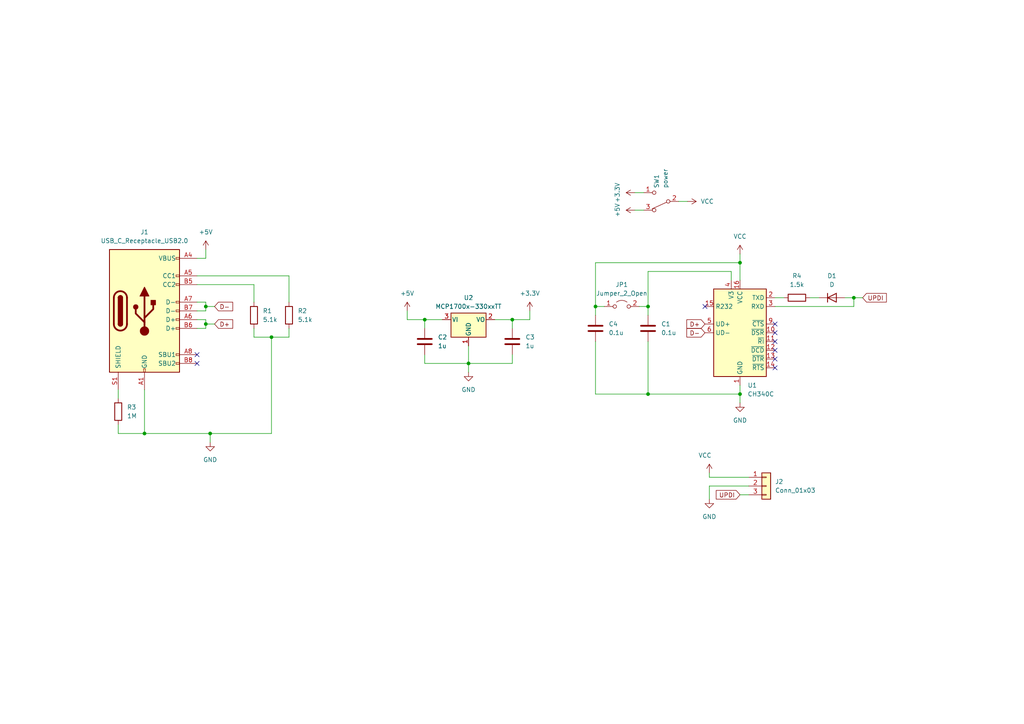
<source format=kicad_sch>
(kicad_sch (version 20230121) (generator eeschema)
  (paper "A4")
  (lib_symbols
    (symbol "Connector:USB_C_Receptacle_USB2.0" (pin_names (offset 1.016))
      (property "Reference" "J" (at -10.16 19.05 0))
      (property "Value" "USB_C_Receptacle_USB2.0" (at 19.05 19.05 0))
      (symbol "USB_C_Receptacle_USB2.0_0_0"
        (rectangle (start -0.254 -17.78) (end 0.254 -16.764))
        (rectangle (start 10.16 -14.986) (end 9.144 -15.494))
        (rectangle (start 10.16 -12.446) (end 9.144 -12.954))
        (rectangle (start 10.16 -4.826) (end 9.144 -5.334))
        (rectangle (start 10.16 -2.286) (end 9.144 -2.794))
        (rectangle (start 10.16 0.254) (end 9.144 -0.254))
        (rectangle (start 10.16 2.794) (end 9.144 2.286))
        (rectangle (start 10.16 7.874) (end 9.144 7.366))
        (rectangle (start 10.16 10.414) (end 9.144 9.906))
        (rectangle (start 10.16 15.494) (end 9.144 14.986))
      )
      (symbol "USB_C_Receptacle_USB2.0_0_1"
        (rectangle (start -10.16 17.78) (end 10.16 -17.78) (stroke (width 0.254)) (fill (type background)))
        (arc (start -8.89 -3.81) (mid -6.985 -5.7067) (end -5.08 -3.81) (stroke (width 0.508)))
        (arc (start -7.62 -3.81) (mid -6.985 -4.4423) (end -6.35 -3.81) (stroke (width 0.254)))
        (arc (start -7.62 -3.81) (mid -6.985 -4.4423) (end -6.35 -3.81) (stroke (width 0.254)) (fill (type outline)))
        (rectangle (start -7.62 -3.81) (end -6.35 3.81) (stroke (width 0.254)) (fill (type outline)))
        (arc (start -6.35 3.81) (mid -6.985 4.4423) (end -7.62 3.81) (stroke (width 0.254)))
        (arc (start -6.35 3.81) (mid -6.985 4.4423) (end -7.62 3.81) (stroke (width 0.254)) (fill (type outline)))
        (arc (start -5.08 3.81) (mid -6.985 5.7067) (end -8.89 3.81) (stroke (width 0.508)))
        (circle (center -2.54 1.143) (radius 0.635) (stroke (width 0.254)) (fill (type outline)))
        (circle (center 0 -5.842) (radius 1.27) (fill (type outline)))
        (polyline (pts (xy -8.89 -3.81) (xy -8.89 3.81)) (stroke (width 0.508)))
        (polyline (pts (xy -5.08 3.81) (xy -5.08 -3.81)) (stroke (width 0.508)))
        (polyline (pts (xy 0 -5.842) (xy 0 4.318)) (stroke (width 0.508)))
        (polyline (pts (xy 0 -3.302) (xy -2.54 -0.762) (xy -2.54 0.508)) (stroke (width 0.508)))
        (polyline (pts (xy 0 -2.032) (xy 2.54 0.508) (xy 2.54 1.778)) (stroke (width 0.508)))
        (polyline (pts (xy -1.27 4.318) (xy 0 6.858) (xy 1.27 4.318) (xy -1.27 4.318)) (stroke (width 0.254)) (fill (type outline)))
        (rectangle (start 1.905 1.778) (end 3.175 3.048) (stroke (width 0.254)) (fill (type outline)))
      )
      (symbol "USB_C_Receptacle_USB2.0_1_1"
        (pin passive line (at 0 -22.86 90) (length 5.08) (name "GND") (number "A1"))
        (pin passive line (at 0 -22.86 90) (length 5.08) hide (name "GND") (number "A12"))
        (pin passive line (at 15.24 15.24 180) (length 5.08) (name "VBUS") (number "A4"))
        (pin bidirectional line (at 15.24 10.16 180) (length 5.08) (name "CC1") (number "A5"))
        (pin bidirectional line (at 15.24 -2.54 180) (length 5.08) (name "D+") (number "A6"))
        (pin bidirectional line (at 15.24 2.54 180) (length 5.08) (name "D-") (number "A7"))
        (pin bidirectional line (at 15.24 -12.7 180) (length 5.08) (name "SBU1") (number "A8"))
        (pin passive line (at 15.24 15.24 180) (length 5.08) hide (name "VBUS") (number "A9"))
        (pin passive line (at 0 -22.86 90) (length 5.08) hide (name "GND") (number "B1"))
        (pin passive line (at 0 -22.86 90) (length 5.08) hide (name "GND") (number "B12"))
        (pin passive line (at 15.24 15.24 180) (length 5.08) hide (name "VBUS") (number "B4"))
        (pin bidirectional line (at 15.24 7.62 180) (length 5.08) (name "CC2") (number "B5"))
        (pin bidirectional line (at 15.24 -5.08 180) (length 5.08) (name "D+") (number "B6"))
        (pin bidirectional line (at 15.24 0 180) (length 5.08) (name "D-") (number "B7"))
        (pin bidirectional line (at 15.24 -15.24 180) (length 5.08) (name "SBU2") (number "B8"))
        (pin passive line (at 15.24 15.24 180) (length 5.08) hide (name "VBUS") (number "B9"))
        (pin passive line (at -7.62 -22.86 90) (length 5.08) (name "SHIELD") (number "S1"))
      )
    )
    (symbol "Connector_Generic:Conn_01x03" (pin_names (offset 1.016) hide)
      (property "Reference" "J" (at 0 5.08 0))
      (property "Value" "Conn_01x03" (at 0 -5.08 0))
      (symbol "Conn_01x03_1_1"
        (rectangle (start -1.27 -2.413) (end 0 -2.667) (stroke (width 0.1524)))
        (rectangle (start -1.27 0.127) (end 0 -0.127) (stroke (width 0.1524)))
        (rectangle (start -1.27 2.667) (end 0 2.413) (stroke (width 0.1524)))
        (rectangle (start -1.27 3.81) (end 1.27 -3.81) (stroke (width 0.254)) (fill (type background)))
        (pin passive line (at -5.08 2.54 0) (length 3.81) (name "Pin_1") (number "1"))
        (pin passive line (at -5.08 0 0) (length 3.81) (name "Pin_2") (number "2"))
        (pin passive line (at -5.08 -2.54 0) (length 3.81) (name "Pin_3") (number "3"))
      )
    )
    (symbol "Device:C" (pin_numbers hide) (pin_names (offset 0.254))
      (property "Reference" "C" (at 0.635 2.54 0))
      (property "Value" "C" (at 0.635 -2.54 0))
      (symbol "C_0_1"
        (polyline (pts (xy -2.032 -0.762) (xy 2.032 -0.762)) (stroke (width 0.508)))
        (polyline (pts (xy -2.032 0.762) (xy 2.032 0.762)) (stroke (width 0.508)))
      )
      (symbol "C_1_1"
        (pin passive line (at 0 3.81 270) (length 2.794) (name "~") (number "1"))
        (pin passive line (at 0 -3.81 90) (length 2.794) (name "~") (number "2"))
      )
    )
    (symbol "Device:D" (pin_numbers hide) (pin_names (offset 1.016) hide)
      (property "Reference" "D" (at 0 2.54 0))
      (property "Value" "D" (at 0 -2.54 0))
      (symbol "D_0_1"
        (polyline (pts (xy -1.27 1.27) (xy -1.27 -1.27)) (stroke (width 0.254)))
        (polyline (pts (xy 1.27 0) (xy -1.27 0)))
        (polyline (pts (xy 1.27 1.27) (xy 1.27 -1.27) (xy -1.27 0) (xy 1.27 1.27)) (stroke (width 0.254)))
      )
      (symbol "D_1_1"
        (pin passive line (at -3.81 0 0) (length 2.54) (name "K") (number "1"))
        (pin passive line (at 3.81 0 180) (length 2.54) (name "A") (number "2"))
      )
    )
    (symbol "Device:R" (pin_numbers hide) (pin_names (offset 0))
      (property "Reference" "R" (at 2.032 0 90))
      (property "Value" "R" (at 0 0 90))
      (symbol "R_0_1"
        (rectangle (start -1.016 -2.54) (end 1.016 2.54) (stroke (width 0.254)))
      )
      (symbol "R_1_1"
        (pin passive line (at 0 3.81 270) (length 1.27) (name "~") (number "1"))
        (pin passive line (at 0 -3.81 90) (length 1.27) (name "~") (number "2"))
      )
    )
    (symbol "Interface_USB:CH340C"
      (property "Reference" "U" (at -5.08 13.97 0))
      (property "Value" "CH340C" (at 1.27 13.97 0))
      (symbol "CH340C_0_1"
        (rectangle (start -7.62 12.7) (end 7.62 -12.7) (stroke (width 0.254)) (fill (type background)))
      )
      (symbol "CH340C_1_1"
        (pin power_in line (at 0 -15.24 90) (length 2.54) (name "GND") (number "1"))
        (pin input line (at 10.16 0 180) (length 2.54) (name "~{DSR}") (number "10"))
        (pin input line (at 10.16 -2.54 180) (length 2.54) (name "~{RI}") (number "11"))
        (pin input line (at 10.16 -5.08 180) (length 2.54) (name "~{DCD}") (number "12"))
        (pin output line (at 10.16 -7.62 180) (length 2.54) (name "~{DTR}") (number "13"))
        (pin output line (at 10.16 -10.16 180) (length 2.54) (name "~{RTS}") (number "14"))
        (pin input line (at -10.16 7.62 0) (length 2.54) (name "R232") (number "15"))
        (pin power_in line (at 0 15.24 270) (length 2.54) (name "VCC") (number "16"))
        (pin output line (at 10.16 10.16 180) (length 2.54) (name "TXD") (number "2"))
        (pin input line (at 10.16 7.62 180) (length 2.54) (name "RXD") (number "3"))
        (pin passive line (at -2.54 15.24 270) (length 2.54) (name "V3") (number "4"))
        (pin bidirectional line (at -10.16 2.54 0) (length 2.54) (name "UD+") (number "5"))
        (pin bidirectional line (at -10.16 0 0) (length 2.54) (name "UD-") (number "6"))
        (pin no_connect line (at -7.62 -7.62 0) (length 2.54) hide (name "NC") (number "7"))
        (pin no_connect line (at -7.62 -10.16 0) (length 2.54) hide (name "NC") (number "8"))
        (pin input line (at 10.16 2.54 180) (length 2.54) (name "~{CTS}") (number "9"))
      )
    )
    (symbol "Jumper:Jumper_2_Open" (pin_names (offset 0) hide)
      (property "Reference" "JP" (at 0 2.794 0))
      (property "Value" "Jumper_2_Open" (at 0 -2.286 0))
      (symbol "Jumper_2_Open_0_0"
        (circle (center -2.032 0) (radius 0.508))
        (circle (center 2.032 0) (radius 0.508))
      )
      (symbol "Jumper_2_Open_0_1"
        (arc (start 1.524 1.27) (mid 0 1.778) (end -1.524 1.27))
      )
      (symbol "Jumper_2_Open_1_1"
        (pin passive line (at -5.08 0 0) (length 2.54) (name "A") (number "1"))
        (pin passive line (at 5.08 0 180) (length 2.54) (name "B") (number "2"))
      )
    )
    (symbol "Regulator_Linear:MCP1700x-330xxTT" (pin_names (offset 0.254))
      (property "Reference" "U" (at -3.81 3.175 0))
      (property "Value" "MCP1700x-330xxTT" (at 0 3.175 0))
      (symbol "MCP1700x-330xxTT_0_1"
        (rectangle (start -5.08 1.905) (end 5.08 -5.08) (stroke (width 0.254)) (fill (type background)))
      )
      (symbol "MCP1700x-330xxTT_1_1"
        (pin power_in line (at 0 -7.62 90) (length 2.54) (name "GND") (number "1"))
        (pin power_out line (at 7.62 0 180) (length 2.54) (name "VO") (number "2"))
        (pin power_in line (at -7.62 0 0) (length 2.54) (name "VI") (number "3"))
      )
    )
    (symbol "Switch:SW_SPDT_321" (pin_names (offset 1) hide)
      (property "Reference" "SW" (at 0 4.318 0))
      (property "Value" "SW_SPDT_321" (at 0 -5.08 0))
      (symbol "SW_SPDT_321_0_0"
        (circle (center -2.032 0) (radius 0.508))
        (circle (center 2.032 -2.54) (radius 0.508))
      )
      (symbol "SW_SPDT_321_0_1"
        (polyline (pts (xy -1.524 0.254) (xy 2.667 2.159)))
        (circle (center 2.032 2.54) (radius 0.508))
      )
      (symbol "SW_SPDT_321_1_1"
        (pin passive line (at 5.08 -2.54 180) (length 2.54) (name "C") (number "1"))
        (pin passive line (at -5.08 0 0) (length 2.54) (name "B") (number "2"))
        (pin passive line (at 5.08 2.54 180) (length 2.54) (name "A") (number "3"))
      )
    )
    (symbol "power:+3.3V" (power) (pin_names (offset 0))
      (property "Value" "+3.3V" (at 0 3.556 0))
      (symbol "+3.3V_0_1"
        (polyline (pts (xy -0.762 1.27) (xy 0 2.54)))
        (polyline (pts (xy 0 0) (xy 0 2.54)))
        (polyline (pts (xy 0 2.54) (xy 0.762 1.27)))
      )
      (symbol "+3.3V_1_1"
        (pin power_in line (at 0 0 90) (length 0) hide (name "+3.3V") (number "1"))
      )
    )
    (symbol "power:+5V" (power) (pin_names (offset 0))
      (property "Value" "+5V" (at 0 3.556 0))
      (symbol "+5V_0_1"
        (polyline (pts (xy -0.762 1.27) (xy 0 2.54)))
        (polyline (pts (xy 0 0) (xy 0 2.54)))
        (polyline (pts (xy 0 2.54) (xy 0.762 1.27)))
      )
      (symbol "+5V_1_1"
        (pin power_in line (at 0 0 90) (length 0) hide (name "+5V") (number "1"))
      )
    )
    (symbol "power:GND" (power) (pin_names (offset 0))
      (property "Value" "GND" (at 0 -3.81 0))
      (symbol "GND_0_1"
        (polyline (pts (xy 0 0) (xy 0 -1.27) (xy 1.27 -1.27) (xy 0 -2.54) (xy -1.27 -1.27) (xy 0 -1.27)))
      )
      (symbol "GND_1_1"
        (pin power_in line (at 0 0 270) (length 0) hide (name "GND") (number "1"))
      )
    )
    (symbol "power:VCC" (power) (pin_names (offset 0))
      (property "Value" "VCC" (at 0 3.81 0))
      (symbol "VCC_0_1"
        (polyline (pts (xy -0.762 1.27) (xy 0 2.54)))
        (polyline (pts (xy 0 0) (xy 0 2.54)))
        (polyline (pts (xy 0 2.54) (xy 0.762 1.27)))
      )
      (symbol "VCC_1_1"
        (pin power_in line (at 0 0 90) (length 0) hide (name "VCC") (number "1"))
      )
    )
  )
  (junction (at 59.69 93.98))
  (junction (at 187.96 88.9))
  (junction (at 247.65 86.36))
  (junction (at 60.96 125.73))
  (junction (at 172.72 88.9))
  (junction (at 123.19 92.71))
  (junction (at 41.91 125.73))
  (junction (at 135.89 105.41))
  (junction (at 148.59 92.71))
  (junction (at 214.63 76.2))
  (junction (at 59.69 88.9))
  (junction (at 187.96 114.3))
  (junction (at 78.74 97.79))
  (junction (at 214.63 114.3))
  (no_connect (at 224.79 96.52))
  (no_connect (at 224.79 104.14))
  (no_connect (at 204.47 88.9))
  (no_connect (at 57.15 102.87))
  (no_connect (at 224.79 106.68))
  (no_connect (at 57.15 105.41))
  (no_connect (at 224.79 93.98))
  (no_connect (at 224.79 101.6))
  (no_connect (at 224.79 99.06))
  (wire (pts (xy 60.96 125.73) (xy 78.74 125.73)))
  (wire (pts (xy 148.59 92.71) (xy 143.51 92.71)))
  (wire (pts (xy 205.74 138.43) (xy 205.74 137.16)))
  (wire (pts (xy 135.89 100.33) (xy 135.89 105.41)))
  (wire (pts (xy 73.66 97.79) (xy 78.74 97.79)))
  (wire (pts (xy 135.89 105.41) (xy 148.59 105.41)))
  (wire (pts (xy 187.96 114.3) (xy 214.63 114.3)))
  (wire (pts (xy 214.63 111.76) (xy 214.63 114.3)))
  (wire (pts (xy 148.59 95.25) (xy 148.59 92.71)))
  (wire (pts (xy 41.91 113.03) (xy 41.91 125.73)))
  (wire (pts (xy 185.42 88.9) (xy 187.96 88.9)))
  (wire (pts (xy 59.69 92.71) (xy 59.69 93.98)))
  (wire (pts (xy 78.74 97.79) (xy 83.82 97.79)))
  (wire (pts (xy 214.63 114.3) (xy 214.63 116.84)))
  (wire (pts (xy 205.74 140.97) (xy 217.17 140.97)))
  (wire (pts (xy 57.15 87.63) (xy 59.69 87.63)))
  (wire (pts (xy 57.15 95.25) (xy 59.69 95.25)))
  (wire (pts (xy 172.72 114.3) (xy 187.96 114.3)))
  (wire (pts (xy 172.72 88.9) (xy 175.26 88.9)))
  (wire (pts (xy 214.63 143.51) (xy 217.17 143.51)))
  (wire (pts (xy 59.69 93.98) (xy 62.23 93.98)))
  (wire (pts (xy 224.79 88.9) (xy 247.65 88.9)))
  (wire (pts (xy 184.15 55.88) (xy 186.69 55.88)))
  (wire (pts (xy 214.63 73.66) (xy 214.63 76.2)))
  (wire (pts (xy 123.19 102.87) (xy 123.19 105.41)))
  (wire (pts (xy 123.19 92.71) (xy 123.19 95.25)))
  (wire (pts (xy 59.69 74.93) (xy 57.15 74.93)))
  (wire (pts (xy 172.72 88.9) (xy 172.72 76.2)))
  (wire (pts (xy 59.69 90.17) (xy 59.69 88.9)))
  (wire (pts (xy 212.09 81.28) (xy 212.09 78.74)))
  (wire (pts (xy 172.72 76.2) (xy 214.63 76.2)))
  (wire (pts (xy 73.66 95.25) (xy 73.66 97.79)))
  (wire (pts (xy 57.15 92.71) (xy 59.69 92.71)))
  (wire (pts (xy 118.11 92.71) (xy 123.19 92.71)))
  (wire (pts (xy 123.19 105.41) (xy 135.89 105.41)))
  (wire (pts (xy 234.95 86.36) (xy 237.49 86.36)))
  (wire (pts (xy 83.82 80.01) (xy 83.82 87.63)))
  (wire (pts (xy 196.85 58.42) (xy 199.39 58.42)))
  (wire (pts (xy 217.17 138.43) (xy 205.74 138.43)))
  (wire (pts (xy 128.27 92.71) (xy 123.19 92.71)))
  (wire (pts (xy 57.15 90.17) (xy 59.69 90.17)))
  (wire (pts (xy 247.65 86.36) (xy 250.19 86.36)))
  (wire (pts (xy 41.91 125.73) (xy 34.29 125.73)))
  (wire (pts (xy 187.96 78.74) (xy 187.96 88.9)))
  (wire (pts (xy 78.74 125.73) (xy 78.74 97.79)))
  (wire (pts (xy 83.82 97.79) (xy 83.82 95.25)))
  (wire (pts (xy 59.69 72.39) (xy 59.69 74.93)))
  (wire (pts (xy 184.15 60.96) (xy 186.69 60.96)))
  (wire (pts (xy 60.96 125.73) (xy 60.96 128.27)))
  (wire (pts (xy 118.11 90.17) (xy 118.11 92.71)))
  (wire (pts (xy 59.69 88.9) (xy 62.23 88.9)))
  (wire (pts (xy 148.59 105.41) (xy 148.59 102.87)))
  (wire (pts (xy 247.65 88.9) (xy 247.65 86.36)))
  (wire (pts (xy 59.69 87.63) (xy 59.69 88.9)))
  (wire (pts (xy 153.67 90.17) (xy 153.67 92.71)))
  (wire (pts (xy 247.65 86.36) (xy 245.11 86.36)))
  (wire (pts (xy 172.72 99.06) (xy 172.72 114.3)))
  (wire (pts (xy 224.79 86.36) (xy 227.33 86.36)))
  (wire (pts (xy 187.96 99.06) (xy 187.96 114.3)))
  (wire (pts (xy 187.96 88.9) (xy 187.96 91.44)))
  (wire (pts (xy 57.15 82.55) (xy 73.66 82.55)))
  (wire (pts (xy 34.29 113.03) (xy 34.29 115.57)))
  (wire (pts (xy 59.69 95.25) (xy 59.69 93.98)))
  (wire (pts (xy 57.15 80.01) (xy 83.82 80.01)))
  (wire (pts (xy 41.91 125.73) (xy 60.96 125.73)))
  (wire (pts (xy 34.29 125.73) (xy 34.29 123.19)))
  (wire (pts (xy 172.72 91.44) (xy 172.72 88.9)))
  (wire (pts (xy 205.74 144.78) (xy 205.74 140.97)))
  (wire (pts (xy 73.66 82.55) (xy 73.66 87.63)))
  (wire (pts (xy 214.63 76.2) (xy 214.63 81.28)))
  (wire (pts (xy 212.09 78.74) (xy 187.96 78.74)))
  (wire (pts (xy 153.67 92.71) (xy 148.59 92.71)))
  (wire (pts (xy 135.89 105.41) (xy 135.89 107.95)))
  (global_label "UPDI" (shape input) (at 250.19 86.36 0) (property "Intersheetrefs" "${INTERSHEET_REFS}" (effects hide)))
  (global_label "D-" (shape input) (at 62.23 88.9 0) (property "Intersheetrefs" "${INTERSHEET_REFS}" (effects hide)))
  (global_label "D+" (shape input) (at 62.23 93.98 0) (property "Intersheetrefs" "${INTERSHEET_REFS}" (effects hide)))
  (global_label "D-" (shape input) (at 204.47 96.52 180) (property "Intersheetrefs" "${INTERSHEET_REFS}" (effects hide)))
  (global_label "D+" (shape input) (at 204.47 93.98 180) (property "Intersheetrefs" "${INTERSHEET_REFS}" (effects hide)))
  (global_label "UPDI" (shape input) (at 214.63 143.51 180) (property "Intersheetrefs" "${INTERSHEET_REFS}" (effects hide)))
  (symbol (lib_id "Device:C") (at 123.19 99.06 0) (unit 1)
    (property "Reference" "C2" (at 127 97.79 0) (effects (justify left)))
    (property "Value" "1u" (at 127 100.33 0) (effects (justify left)))
    (property "Footprint" "Capacitor_SMD:C_0603_1608Metric_Pad1.08x0.95mm_HandSolder" (effects hide))
  )
  (symbol (lib_id "Device:R") (at 83.82 91.44 0) (unit 1)
    (property "Reference" "R2" (at 86.36 90.17 0) (effects (justify left)))
    (property "Value" "5.1k" (at 86.36 92.71 0) (effects (justify left)))
    (property "Footprint" "Resistor_SMD:R_0603_1608Metric_Pad0.98x0.95mm_HandSolder" (effects hide))
  )
  (symbol (lib_id "Device:R") (at 34.29 119.38 0) (unit 1)
    (property "Reference" "R3" (at 36.83 118.11 0) (effects (justify left)))
    (property "Value" "1M" (at 36.83 120.65 0) (effects (justify left)))
    (property "Footprint" "Resistor_SMD:R_0603_1608Metric_Pad0.98x0.95mm_HandSolder" (effects hide))
  )
  (symbol (lib_id "power:+5V") (at 184.15 60.96 90) (unit 1)
    (property "Reference" "#PWR08" (effects hide))
    (property "Value" "+5V" (at 179.07 60.96 0))
  )
  (symbol (lib_id "power:GND") (at 60.96 128.27 0) (unit 1)
    (property "Reference" "#PWR01" (effects hide))
    (property "Value" "GND" (at 60.96 133.35 0))
  )
  (symbol (lib_id "power:VCC") (at 199.39 58.42 270) (unit 1)
    (property "Reference" "#PWR09" (effects hide))
    (property "Value" "VCC" (at 203.2 58.42 90) (effects (justify left)))
  )
  (symbol (lib_id "Switch:SW_SPDT_321") (at 191.77 58.42 180) (unit 1)
    (property "Reference" "SW1" (at 190.4365 54.61 90) (effects (justify right)))
    (property "Value" "power" (at 192.9765 54.61 90) (effects (justify right)))
    (property "Footprint" "Button_Switch_THT:SW_CuK_OS102011MA1QN1_SPDT_Angled" (effects hide))
  )
  (symbol (lib_id "Regulator_Linear:MCP1700x-330xxTT") (at 135.89 92.71 0) (unit 1)
    (property "Reference" "U2" (at 135.89 86.36 0))
    (property "Value" "MCP1700x-330xxTT" (at 135.89 88.9 0))
    (property "Footprint" "Package_TO_SOT_SMD:SOT-23" (effects hide))
    (property "Datasheet" "http://ww1.microchip.com/downloads/en/DeviceDoc/20001826D.pdf" (effects hide))
  )
  (symbol (lib_id "Interface_USB:CH340C") (at 214.63 96.52 0) (unit 1)
    (property "Reference" "U1" (at 216.8241 111.76 0) (effects (justify left)))
    (property "Value" "CH340C" (at 216.8241 114.3 0) (effects (justify left)))
    (property "Footprint" "Package_SO:SOIC-16_3.9x9.9mm_P1.27mm" (effects hide))
    (property "Datasheet" "https://datasheet.lcsc.com/szlcsc/Jiangsu-Qin-Heng-CH340C_C84681.pdf" (effects hide))
  )
  (symbol (lib_id "power:GND") (at 214.63 116.84 0) (unit 1)
    (property "Reference" "#PWR03" (effects hide))
    (property "Value" "GND" (at 214.63 121.92 0))
  )
  (symbol (lib_id "power:VCC") (at 214.63 73.66 0) (unit 1)
    (property "Reference" "#PWR010" (effects hide))
    (property "Value" "VCC" (at 214.63 68.58 0))
  )
  (symbol (lib_id "power:+3.3V") (at 153.67 90.17 0) (unit 1)
    (property "Reference" "#PWR06" (effects hide))
    (property "Value" "+3.3V" (at 153.67 85.09 0))
  )
  (symbol (lib_id "power:+5V") (at 59.69 72.39 0) (unit 1)
    (property "Reference" "#PWR02" (effects hide))
    (property "Value" "+5V" (at 59.69 67.31 0))
  )
  (symbol (lib_id "Device:R") (at 231.14 86.36 90) (unit 1)
    (property "Reference" "R4" (at 231.14 80.01 90))
    (property "Value" "1.5k" (at 231.14 82.55 90))
    (property "Footprint" "Resistor_SMD:R_0603_1608Metric_Pad0.98x0.95mm_HandSolder" (effects hide))
  )
  (symbol (lib_id "power:+5V") (at 118.11 90.17 0) (unit 1)
    (property "Reference" "#PWR05" (effects hide))
    (property "Value" "+5V" (at 118.11 85.09 0))
  )
  (symbol (lib_id "Device:D") (at 241.3 86.36 0) (unit 1)
    (property "Reference" "D1" (at 241.3 80.01 0))
    (property "Value" "D" (at 241.3 82.55 0))
    (property "Footprint" "Diode_SMD:D_SOD-123" (effects hide))
    (property "Sim.Device" "D" (effects hide))
    (property "Sim.Pins" "1=K 2=A" (effects hide))
  )
  (symbol (lib_id "power:VCC") (at 205.74 137.16 0) (unit 1)
    (property "Reference" "#PWR011" (effects hide))
    (property "Value" "VCC" (at 204.47 132.08 0))
  )
  (symbol (lib_id "Connector:USB_C_Receptacle_USB2.0") (at 41.91 90.17 0) (unit 1)
    (property "Reference" "J1" (at 41.91 67.31 0))
    (property "Value" "USB_C_Receptacle_USB2.0" (at 41.91 69.85 0))
    (property "Footprint" "Connector_USB:USB_C_Receptacle_GCT_USB4085" (effects hide))
    (property "Datasheet" "https://www.usb.org/sites/default/files/documents/usb_type-c.zip" (effects hide))
  )
  (symbol (lib_id "power:GND") (at 135.89 107.95 0) (unit 1)
    (property "Reference" "#PWR04" (effects hide))
    (property "Value" "GND" (at 135.89 113.03 0))
  )
  (symbol (lib_id "Device:C") (at 148.59 99.06 0) (unit 1)
    (property "Reference" "C3" (at 152.4 97.79 0) (effects (justify left)))
    (property "Value" "1u" (at 152.4 100.33 0) (effects (justify left)))
    (property "Footprint" "Capacitor_SMD:C_0603_1608Metric_Pad1.08x0.95mm_HandSolder" (effects hide))
  )
  (symbol (lib_id "Jumper:Jumper_2_Open") (at 180.34 88.9 0) (unit 1)
    (property "Reference" "JP1" (at 180.34 82.55 0))
    (property "Value" "Jumper_2_Open" (at 180.34 85.09 0))
    (property "Footprint" "Jumper:SolderJumper-2_P1.3mm_Open_RoundedPad1.0x1.5mm" (effects hide))
  )
  (symbol (lib_id "Device:C") (at 172.72 95.25 0) (unit 1)
    (property "Reference" "C4" (at 176.53 93.98 0) (effects (justify left)))
    (property "Value" "0.1u" (at 176.53 96.52 0) (effects (justify left)))
    (property "Footprint" "Capacitor_SMD:C_0603_1608Metric_Pad1.08x0.95mm_HandSolder" (effects hide))
  )
  (symbol (lib_id "Device:R") (at 73.66 91.44 0) (unit 1)
    (property "Reference" "R1" (at 76.2 90.17 0) (effects (justify left)))
    (property "Value" "5.1k" (at 76.2 92.71 0) (effects (justify left)))
    (property "Footprint" "Resistor_SMD:R_0603_1608Metric_Pad0.98x0.95mm_HandSolder" (effects hide))
  )
  (symbol (lib_id "power:GND") (at 205.74 144.78 0) (unit 1)
    (property "Reference" "#PWR012" (effects hide))
    (property "Value" "GND" (at 205.74 149.86 0))
  )
  (symbol (lib_id "Device:C") (at 187.96 95.25 0) (unit 1)
    (property "Reference" "C1" (at 191.77 93.98 0) (effects (justify left)))
    (property "Value" "0.1u" (at 191.77 96.52 0) (effects (justify left)))
    (property "Footprint" "Capacitor_SMD:C_0603_1608Metric_Pad1.08x0.95mm_HandSolder" (effects hide))
  )
  (symbol (lib_id "Connector_Generic:Conn_01x03") (at 222.25 140.97 0) (unit 1)
    (property "Reference" "J2" (at 224.79 139.7 0) (effects (justify left)))
    (property "Value" "Conn_01x03" (at 224.79 142.24 0) (effects (justify left)))
    (property "Footprint" "Connector_pad_2.54mm:Connector_pad_1x03_L10_P2.54mm" (effects hide))
  )
  (symbol (lib_id "power:+3.3V") (at 184.15 55.88 90) (unit 1)
    (property "Reference" "#PWR07" (effects hide))
    (property "Value" "+3.3V" (at 179.07 55.88 0))
  )
)
</source>
